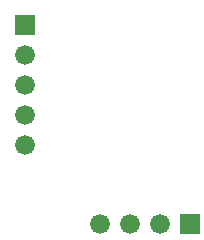
<source format=gbs>
G04 Layer: BottomSolderMaskLayer*
G04 EasyEDA v6.4.25, 2021-11-17T17:00:31+08:00*
G04 7b095086feb547ebadca5fbbb004fff0,8eccfb12f3aa458fbbe36a5a93572a72,10*
G04 Gerber Generator version 0.2*
G04 Scale: 100 percent, Rotated: No, Reflected: No *
G04 Dimensions in millimeters *
G04 leading zeros omitted , absolute positions ,4 integer and 5 decimal *
%FSLAX45Y45*%
%MOMM*%

%ADD28C,1.6764*%

%LPD*%
G36*
X1617979Y-2242820D02*
G01*
X1617979Y-2075179D01*
X1785620Y-2075179D01*
X1785620Y-2242820D01*
G37*
D28*
G01*
X1447800Y-2159000D03*
G01*
X1193800Y-2159000D03*
G01*
X939800Y-2159000D03*
G01*
X304800Y-1485900D03*
G01*
X304800Y-1231900D03*
G01*
X304800Y-977900D03*
G01*
X304800Y-723900D03*
G36*
X220979Y-553720D02*
G01*
X220979Y-386079D01*
X388620Y-386079D01*
X388620Y-553720D01*
G37*
M02*

</source>
